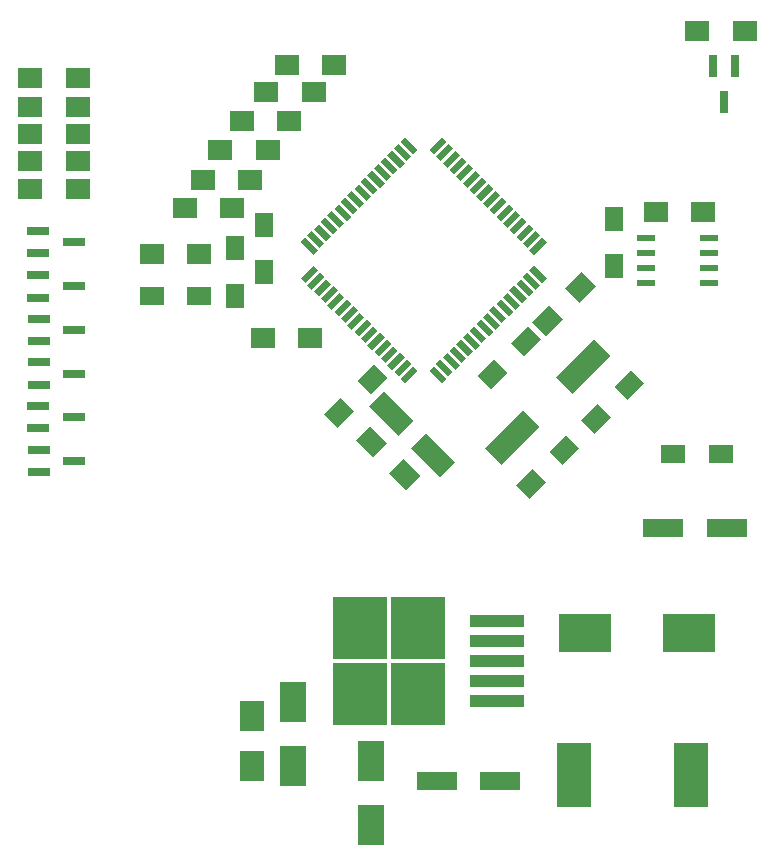
<source format=gbr>
G04 #@! TF.FileFunction,Paste,Top*
%FSLAX46Y46*%
G04 Gerber Fmt 4.6, Leading zero omitted, Abs format (unit mm)*
G04 Created by KiCad (PCBNEW 4.0.7) date 06/18/18 23:10:01*
%MOMM*%
%LPD*%
G01*
G04 APERTURE LIST*
%ADD10C,0.100000*%
%ADD11R,1.600000X2.000000*%
%ADD12R,2.000000X1.600000*%
%ADD13R,3.500000X1.600000*%
%ADD14R,1.900000X0.800000*%
%ADD15R,2.300000X3.500000*%
%ADD16R,4.500000X3.300000*%
%ADD17R,0.800000X1.900000*%
%ADD18R,2.030000X2.650000*%
%ADD19R,2.000000X1.700000*%
%ADD20R,2.900000X5.400000*%
%ADD21R,4.600000X1.100000*%
%ADD22R,4.550000X5.250000*%
%ADD23R,1.550000X0.600000*%
G04 APERTURE END LIST*
D10*
G36*
X94055635Y-50812994D02*
X95187006Y-51944365D01*
X93772793Y-53358578D01*
X92641422Y-52227207D01*
X94055635Y-50812994D01*
X94055635Y-50812994D01*
G37*
G36*
X91227207Y-53641422D02*
X92358578Y-54772793D01*
X90944365Y-56187006D01*
X89812994Y-55055635D01*
X91227207Y-53641422D01*
X91227207Y-53641422D01*
G37*
G36*
X88555635Y-56312994D02*
X89687006Y-57444365D01*
X88272793Y-58858578D01*
X87141422Y-57727207D01*
X88555635Y-56312994D01*
X88555635Y-56312994D01*
G37*
G36*
X85727207Y-59141422D02*
X86858578Y-60272793D01*
X85444365Y-61687006D01*
X84312994Y-60555635D01*
X85727207Y-59141422D01*
X85727207Y-59141422D01*
G37*
D11*
X63000000Y-38500000D03*
X63000000Y-42500000D03*
D10*
G36*
X82194365Y-52437006D02*
X81062994Y-51305635D01*
X82477207Y-49891422D01*
X83608578Y-51022793D01*
X82194365Y-52437006D01*
X82194365Y-52437006D01*
G37*
G36*
X85022793Y-49608578D02*
X83891422Y-48477207D01*
X85305635Y-47062994D01*
X86437006Y-48194365D01*
X85022793Y-49608578D01*
X85022793Y-49608578D01*
G37*
D12*
X53500000Y-44500000D03*
X57500000Y-44500000D03*
D11*
X60500000Y-44500000D03*
X60500000Y-40500000D03*
D13*
X83000000Y-85600000D03*
X77600000Y-85600000D03*
D11*
X92600000Y-38000000D03*
X92600000Y-42000000D03*
D10*
G36*
X72305635Y-50312994D02*
X73437006Y-51444365D01*
X72022793Y-52858578D01*
X70891422Y-51727207D01*
X72305635Y-50312994D01*
X72305635Y-50312994D01*
G37*
G36*
X69477207Y-53141422D02*
X70608578Y-54272793D01*
X69194365Y-55687006D01*
X68062994Y-54555635D01*
X69477207Y-53141422D01*
X69477207Y-53141422D01*
G37*
D13*
X102150000Y-64150000D03*
X96750000Y-64150000D03*
D12*
X101650000Y-57950000D03*
X97650000Y-57950000D03*
D14*
X43900000Y-57550000D03*
X43900000Y-59450000D03*
X46900000Y-58500000D03*
X43900000Y-46450000D03*
X43900000Y-48350000D03*
X46900000Y-47400000D03*
X43875000Y-53825000D03*
X43875000Y-55725000D03*
X46875000Y-54775000D03*
X43875000Y-42775000D03*
X43875000Y-44675000D03*
X46875000Y-43725000D03*
X43900000Y-50150000D03*
X43900000Y-52050000D03*
X46900000Y-51100000D03*
X43875000Y-39025000D03*
X43875000Y-40925000D03*
X46875000Y-39975000D03*
D15*
X65450000Y-84300000D03*
X65450000Y-78900000D03*
X72050000Y-89300000D03*
X72050000Y-83900000D03*
D16*
X90200000Y-73050000D03*
X99000000Y-73050000D03*
D10*
G36*
X79141600Y-58618808D02*
X77868808Y-59891600D01*
X75393934Y-57416726D01*
X76666726Y-56143934D01*
X79141600Y-58618808D01*
X79141600Y-58618808D01*
G37*
G36*
X75606066Y-55083274D02*
X74333274Y-56356066D01*
X71858400Y-53881192D01*
X73131192Y-52608400D01*
X75606066Y-55083274D01*
X75606066Y-55083274D01*
G37*
D17*
X102875000Y-25075000D03*
X100975000Y-25075000D03*
X101925000Y-28075000D03*
D18*
X62000000Y-84290000D03*
X62000000Y-80110000D03*
D19*
X53500000Y-41000000D03*
X57500000Y-41000000D03*
D20*
X89250000Y-85100000D03*
X99150000Y-85100000D03*
D19*
X56300000Y-37100000D03*
X60300000Y-37100000D03*
X61100000Y-29700000D03*
X65100000Y-29700000D03*
X57800000Y-34700000D03*
X61800000Y-34700000D03*
X63200000Y-27300000D03*
X67200000Y-27300000D03*
X59300000Y-32200000D03*
X63300000Y-32200000D03*
X64900000Y-25000000D03*
X68900000Y-25000000D03*
D10*
G36*
X89920280Y-42477638D02*
X91122362Y-43679720D01*
X89708148Y-45093934D01*
X88506066Y-43891852D01*
X89920280Y-42477638D01*
X89920280Y-42477638D01*
G37*
G36*
X87091852Y-45306066D02*
X88293934Y-46508148D01*
X86879720Y-47922362D01*
X85677638Y-46720280D01*
X87091852Y-45306066D01*
X87091852Y-45306066D01*
G37*
D19*
X62900000Y-48100000D03*
X66900000Y-48100000D03*
X47200000Y-35500000D03*
X43200000Y-35500000D03*
X47200000Y-33100000D03*
X43200000Y-33100000D03*
X47200000Y-30800000D03*
X43200000Y-30800000D03*
X47200000Y-28500000D03*
X43200000Y-28500000D03*
X47200000Y-26100000D03*
X43200000Y-26100000D03*
X100200000Y-37400000D03*
X96200000Y-37400000D03*
D10*
G36*
X76222362Y-59770280D02*
X75020280Y-60972362D01*
X73606066Y-59558148D01*
X74808148Y-58356066D01*
X76222362Y-59770280D01*
X76222362Y-59770280D01*
G37*
G36*
X73393934Y-56941852D02*
X72191852Y-58143934D01*
X70777638Y-56729720D01*
X71979720Y-55527638D01*
X73393934Y-56941852D01*
X73393934Y-56941852D01*
G37*
D19*
X99675000Y-22075000D03*
X103675000Y-22075000D03*
D10*
G36*
X66476761Y-43426866D02*
X66087853Y-43037958D01*
X67148513Y-41977298D01*
X67537421Y-42366206D01*
X66476761Y-43426866D01*
X66476761Y-43426866D01*
G37*
G36*
X67042447Y-43992551D02*
X66653539Y-43603643D01*
X67714199Y-42542983D01*
X68103107Y-42931891D01*
X67042447Y-43992551D01*
X67042447Y-43992551D01*
G37*
G36*
X67608132Y-44558236D02*
X67219224Y-44169328D01*
X68279884Y-43108668D01*
X68668792Y-43497576D01*
X67608132Y-44558236D01*
X67608132Y-44558236D01*
G37*
G36*
X68173817Y-45123922D02*
X67784909Y-44735014D01*
X68845569Y-43674354D01*
X69234477Y-44063262D01*
X68173817Y-45123922D01*
X68173817Y-45123922D01*
G37*
G36*
X68739503Y-45689607D02*
X68350595Y-45300699D01*
X69411255Y-44240039D01*
X69800163Y-44628947D01*
X68739503Y-45689607D01*
X68739503Y-45689607D01*
G37*
G36*
X69305188Y-46255293D02*
X68916280Y-45866385D01*
X69976940Y-44805725D01*
X70365848Y-45194633D01*
X69305188Y-46255293D01*
X69305188Y-46255293D01*
G37*
G36*
X69870874Y-46820978D02*
X69481966Y-46432070D01*
X70542626Y-45371410D01*
X70931534Y-45760318D01*
X69870874Y-46820978D01*
X69870874Y-46820978D01*
G37*
G36*
X70436559Y-47386664D02*
X70047651Y-46997756D01*
X71108311Y-45937096D01*
X71497219Y-46326004D01*
X70436559Y-47386664D01*
X70436559Y-47386664D01*
G37*
G36*
X71002244Y-47952349D02*
X70613336Y-47563441D01*
X71673996Y-46502781D01*
X72062904Y-46891689D01*
X71002244Y-47952349D01*
X71002244Y-47952349D01*
G37*
G36*
X71567930Y-48518034D02*
X71179022Y-48129126D01*
X72239682Y-47068466D01*
X72628590Y-47457374D01*
X71567930Y-48518034D01*
X71567930Y-48518034D01*
G37*
G36*
X72133615Y-49083720D02*
X71744707Y-48694812D01*
X72805367Y-47634152D01*
X73194275Y-48023060D01*
X72133615Y-49083720D01*
X72133615Y-49083720D01*
G37*
G36*
X72699301Y-49649405D02*
X72310393Y-49260497D01*
X73371053Y-48199837D01*
X73759961Y-48588745D01*
X72699301Y-49649405D01*
X72699301Y-49649405D01*
G37*
G36*
X73264986Y-50215091D02*
X72876078Y-49826183D01*
X73936738Y-48765523D01*
X74325646Y-49154431D01*
X73264986Y-50215091D01*
X73264986Y-50215091D01*
G37*
G36*
X73830672Y-50780776D02*
X73441764Y-50391868D01*
X74502424Y-49331208D01*
X74891332Y-49720116D01*
X73830672Y-50780776D01*
X73830672Y-50780776D01*
G37*
G36*
X74396357Y-51346461D02*
X74007449Y-50957553D01*
X75068109Y-49896893D01*
X75457017Y-50285801D01*
X74396357Y-51346461D01*
X74396357Y-51346461D01*
G37*
G36*
X74962042Y-51912147D02*
X74573134Y-51523239D01*
X75633794Y-50462579D01*
X76022702Y-50851487D01*
X74962042Y-51912147D01*
X74962042Y-51912147D01*
G37*
G36*
X78426866Y-51523239D02*
X78037958Y-51912147D01*
X76977298Y-50851487D01*
X77366206Y-50462579D01*
X78426866Y-51523239D01*
X78426866Y-51523239D01*
G37*
G36*
X78992551Y-50957553D02*
X78603643Y-51346461D01*
X77542983Y-50285801D01*
X77931891Y-49896893D01*
X78992551Y-50957553D01*
X78992551Y-50957553D01*
G37*
G36*
X79558236Y-50391868D02*
X79169328Y-50780776D01*
X78108668Y-49720116D01*
X78497576Y-49331208D01*
X79558236Y-50391868D01*
X79558236Y-50391868D01*
G37*
G36*
X80123922Y-49826183D02*
X79735014Y-50215091D01*
X78674354Y-49154431D01*
X79063262Y-48765523D01*
X80123922Y-49826183D01*
X80123922Y-49826183D01*
G37*
G36*
X80689607Y-49260497D02*
X80300699Y-49649405D01*
X79240039Y-48588745D01*
X79628947Y-48199837D01*
X80689607Y-49260497D01*
X80689607Y-49260497D01*
G37*
G36*
X81255293Y-48694812D02*
X80866385Y-49083720D01*
X79805725Y-48023060D01*
X80194633Y-47634152D01*
X81255293Y-48694812D01*
X81255293Y-48694812D01*
G37*
G36*
X81820978Y-48129126D02*
X81432070Y-48518034D01*
X80371410Y-47457374D01*
X80760318Y-47068466D01*
X81820978Y-48129126D01*
X81820978Y-48129126D01*
G37*
G36*
X82386664Y-47563441D02*
X81997756Y-47952349D01*
X80937096Y-46891689D01*
X81326004Y-46502781D01*
X82386664Y-47563441D01*
X82386664Y-47563441D01*
G37*
G36*
X82952349Y-46997756D02*
X82563441Y-47386664D01*
X81502781Y-46326004D01*
X81891689Y-45937096D01*
X82952349Y-46997756D01*
X82952349Y-46997756D01*
G37*
G36*
X83518034Y-46432070D02*
X83129126Y-46820978D01*
X82068466Y-45760318D01*
X82457374Y-45371410D01*
X83518034Y-46432070D01*
X83518034Y-46432070D01*
G37*
G36*
X84083720Y-45866385D02*
X83694812Y-46255293D01*
X82634152Y-45194633D01*
X83023060Y-44805725D01*
X84083720Y-45866385D01*
X84083720Y-45866385D01*
G37*
G36*
X84649405Y-45300699D02*
X84260497Y-45689607D01*
X83199837Y-44628947D01*
X83588745Y-44240039D01*
X84649405Y-45300699D01*
X84649405Y-45300699D01*
G37*
G36*
X85215091Y-44735014D02*
X84826183Y-45123922D01*
X83765523Y-44063262D01*
X84154431Y-43674354D01*
X85215091Y-44735014D01*
X85215091Y-44735014D01*
G37*
G36*
X85780776Y-44169328D02*
X85391868Y-44558236D01*
X84331208Y-43497576D01*
X84720116Y-43108668D01*
X85780776Y-44169328D01*
X85780776Y-44169328D01*
G37*
G36*
X86346461Y-43603643D02*
X85957553Y-43992551D01*
X84896893Y-42931891D01*
X85285801Y-42542983D01*
X86346461Y-43603643D01*
X86346461Y-43603643D01*
G37*
G36*
X86912147Y-43037958D02*
X86523239Y-43426866D01*
X85462579Y-42366206D01*
X85851487Y-41977298D01*
X86912147Y-43037958D01*
X86912147Y-43037958D01*
G37*
G36*
X85851487Y-41022702D02*
X85462579Y-40633794D01*
X86523239Y-39573134D01*
X86912147Y-39962042D01*
X85851487Y-41022702D01*
X85851487Y-41022702D01*
G37*
G36*
X85285801Y-40457017D02*
X84896893Y-40068109D01*
X85957553Y-39007449D01*
X86346461Y-39396357D01*
X85285801Y-40457017D01*
X85285801Y-40457017D01*
G37*
G36*
X84720116Y-39891332D02*
X84331208Y-39502424D01*
X85391868Y-38441764D01*
X85780776Y-38830672D01*
X84720116Y-39891332D01*
X84720116Y-39891332D01*
G37*
G36*
X84154431Y-39325646D02*
X83765523Y-38936738D01*
X84826183Y-37876078D01*
X85215091Y-38264986D01*
X84154431Y-39325646D01*
X84154431Y-39325646D01*
G37*
G36*
X83588745Y-38759961D02*
X83199837Y-38371053D01*
X84260497Y-37310393D01*
X84649405Y-37699301D01*
X83588745Y-38759961D01*
X83588745Y-38759961D01*
G37*
G36*
X83023060Y-38194275D02*
X82634152Y-37805367D01*
X83694812Y-36744707D01*
X84083720Y-37133615D01*
X83023060Y-38194275D01*
X83023060Y-38194275D01*
G37*
G36*
X82457374Y-37628590D02*
X82068466Y-37239682D01*
X83129126Y-36179022D01*
X83518034Y-36567930D01*
X82457374Y-37628590D01*
X82457374Y-37628590D01*
G37*
G36*
X81891689Y-37062904D02*
X81502781Y-36673996D01*
X82563441Y-35613336D01*
X82952349Y-36002244D01*
X81891689Y-37062904D01*
X81891689Y-37062904D01*
G37*
G36*
X81326004Y-36497219D02*
X80937096Y-36108311D01*
X81997756Y-35047651D01*
X82386664Y-35436559D01*
X81326004Y-36497219D01*
X81326004Y-36497219D01*
G37*
G36*
X80760318Y-35931534D02*
X80371410Y-35542626D01*
X81432070Y-34481966D01*
X81820978Y-34870874D01*
X80760318Y-35931534D01*
X80760318Y-35931534D01*
G37*
G36*
X80194633Y-35365848D02*
X79805725Y-34976940D01*
X80866385Y-33916280D01*
X81255293Y-34305188D01*
X80194633Y-35365848D01*
X80194633Y-35365848D01*
G37*
G36*
X79628947Y-34800163D02*
X79240039Y-34411255D01*
X80300699Y-33350595D01*
X80689607Y-33739503D01*
X79628947Y-34800163D01*
X79628947Y-34800163D01*
G37*
G36*
X79063262Y-34234477D02*
X78674354Y-33845569D01*
X79735014Y-32784909D01*
X80123922Y-33173817D01*
X79063262Y-34234477D01*
X79063262Y-34234477D01*
G37*
G36*
X78497576Y-33668792D02*
X78108668Y-33279884D01*
X79169328Y-32219224D01*
X79558236Y-32608132D01*
X78497576Y-33668792D01*
X78497576Y-33668792D01*
G37*
G36*
X77931891Y-33103107D02*
X77542983Y-32714199D01*
X78603643Y-31653539D01*
X78992551Y-32042447D01*
X77931891Y-33103107D01*
X77931891Y-33103107D01*
G37*
G36*
X77366206Y-32537421D02*
X76977298Y-32148513D01*
X78037958Y-31087853D01*
X78426866Y-31476761D01*
X77366206Y-32537421D01*
X77366206Y-32537421D01*
G37*
G36*
X76022702Y-32148513D02*
X75633794Y-32537421D01*
X74573134Y-31476761D01*
X74962042Y-31087853D01*
X76022702Y-32148513D01*
X76022702Y-32148513D01*
G37*
G36*
X75457017Y-32714199D02*
X75068109Y-33103107D01*
X74007449Y-32042447D01*
X74396357Y-31653539D01*
X75457017Y-32714199D01*
X75457017Y-32714199D01*
G37*
G36*
X74891332Y-33279884D02*
X74502424Y-33668792D01*
X73441764Y-32608132D01*
X73830672Y-32219224D01*
X74891332Y-33279884D01*
X74891332Y-33279884D01*
G37*
G36*
X74325646Y-33845569D02*
X73936738Y-34234477D01*
X72876078Y-33173817D01*
X73264986Y-32784909D01*
X74325646Y-33845569D01*
X74325646Y-33845569D01*
G37*
G36*
X73759961Y-34411255D02*
X73371053Y-34800163D01*
X72310393Y-33739503D01*
X72699301Y-33350595D01*
X73759961Y-34411255D01*
X73759961Y-34411255D01*
G37*
G36*
X73194275Y-34976940D02*
X72805367Y-35365848D01*
X71744707Y-34305188D01*
X72133615Y-33916280D01*
X73194275Y-34976940D01*
X73194275Y-34976940D01*
G37*
G36*
X72628590Y-35542626D02*
X72239682Y-35931534D01*
X71179022Y-34870874D01*
X71567930Y-34481966D01*
X72628590Y-35542626D01*
X72628590Y-35542626D01*
G37*
G36*
X72062904Y-36108311D02*
X71673996Y-36497219D01*
X70613336Y-35436559D01*
X71002244Y-35047651D01*
X72062904Y-36108311D01*
X72062904Y-36108311D01*
G37*
G36*
X71497219Y-36673996D02*
X71108311Y-37062904D01*
X70047651Y-36002244D01*
X70436559Y-35613336D01*
X71497219Y-36673996D01*
X71497219Y-36673996D01*
G37*
G36*
X70931534Y-37239682D02*
X70542626Y-37628590D01*
X69481966Y-36567930D01*
X69870874Y-36179022D01*
X70931534Y-37239682D01*
X70931534Y-37239682D01*
G37*
G36*
X70365848Y-37805367D02*
X69976940Y-38194275D01*
X68916280Y-37133615D01*
X69305188Y-36744707D01*
X70365848Y-37805367D01*
X70365848Y-37805367D01*
G37*
G36*
X69800163Y-38371053D02*
X69411255Y-38759961D01*
X68350595Y-37699301D01*
X68739503Y-37310393D01*
X69800163Y-38371053D01*
X69800163Y-38371053D01*
G37*
G36*
X69234477Y-38936738D02*
X68845569Y-39325646D01*
X67784909Y-38264986D01*
X68173817Y-37876078D01*
X69234477Y-38936738D01*
X69234477Y-38936738D01*
G37*
G36*
X68668792Y-39502424D02*
X68279884Y-39891332D01*
X67219224Y-38830672D01*
X67608132Y-38441764D01*
X68668792Y-39502424D01*
X68668792Y-39502424D01*
G37*
G36*
X68103107Y-40068109D02*
X67714199Y-40457017D01*
X66653539Y-39396357D01*
X67042447Y-39007449D01*
X68103107Y-40068109D01*
X68103107Y-40068109D01*
G37*
G36*
X67537421Y-40633794D02*
X67148513Y-41022702D01*
X66087853Y-39962042D01*
X66476761Y-39573134D01*
X67537421Y-40633794D01*
X67537421Y-40633794D01*
G37*
D21*
X82725000Y-78850000D03*
X82725000Y-77150000D03*
X82725000Y-75450000D03*
X82725000Y-73750000D03*
X82725000Y-72050000D03*
D22*
X71150000Y-72675000D03*
X76000000Y-78225000D03*
X71150000Y-78225000D03*
X76000000Y-72675000D03*
D23*
X95300000Y-39595000D03*
X95300000Y-40865000D03*
X95300000Y-42135000D03*
X95300000Y-43405000D03*
X100700000Y-43405000D03*
X100700000Y-42135000D03*
X100700000Y-40865000D03*
X100700000Y-39595000D03*
D10*
G36*
X90889087Y-48196699D02*
X92303301Y-49610913D01*
X89121321Y-52792893D01*
X87707107Y-51378679D01*
X90889087Y-48196699D01*
X90889087Y-48196699D01*
G37*
G36*
X84878679Y-54207107D02*
X86292893Y-55621321D01*
X83110913Y-58803301D01*
X81696699Y-57389087D01*
X84878679Y-54207107D01*
X84878679Y-54207107D01*
G37*
M02*

</source>
